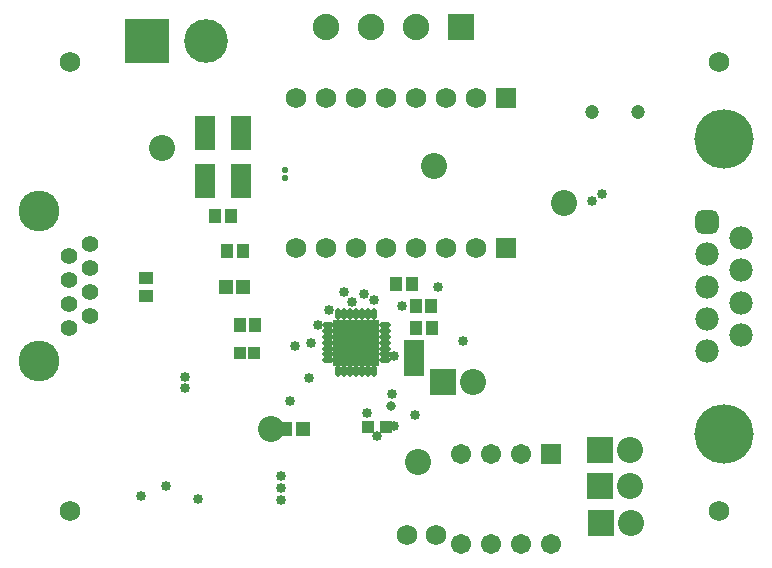
<source format=gbs>
G04 Layer_Color=8150272*
%FSLAX24Y24*%
%MOIN*%
G70*
G01*
G75*
%ADD85R,0.0493X0.0474*%
%ADD88C,0.0680*%
%ADD89C,0.0552*%
%ADD90C,0.1360*%
%ADD91C,0.0671*%
%ADD92R,0.0671X0.0671*%
%ADD93C,0.0780*%
G04:AMPARAMS|DCode=94|XSize=78mil|YSize=78mil|CornerRadius=21.5mil|HoleSize=0mil|Usage=FLASHONLY|Rotation=90.000|XOffset=0mil|YOffset=0mil|HoleType=Round|Shape=RoundedRectangle|*
%AMROUNDEDRECTD94*
21,1,0.0780,0.0350,0,0,90.0*
21,1,0.0350,0.0780,0,0,90.0*
1,1,0.0430,0.0175,0.0175*
1,1,0.0430,0.0175,-0.0175*
1,1,0.0430,-0.0175,-0.0175*
1,1,0.0430,-0.0175,0.0175*
%
%ADD94ROUNDEDRECTD94*%
%ADD95C,0.1980*%
%ADD96R,0.0680X0.0680*%
%ADD97C,0.0867*%
%ADD98R,0.0867X0.0867*%
%ADD99C,0.1458*%
%ADD100R,0.1458X0.1458*%
%ADD101C,0.0880*%
%ADD102R,0.0880X0.0880*%
%ADD103C,0.0336*%
%ADD104C,0.0332*%
%ADD105C,0.0474*%
%ADD106C,0.0316*%
%ADD107C,0.0218*%
%ADD108R,0.0671X0.1182*%
%ADD109R,0.0434X0.0474*%
%ADD110R,0.0454X0.0493*%
%ADD111R,0.0513X0.0434*%
%ADD112R,0.0651X0.0592*%
%ADD113R,0.0395X0.0434*%
%ADD114R,0.0434X0.0434*%
%ADD115O,0.0395X0.0178*%
%ADD116O,0.0178X0.0395*%
%ADD117R,0.1537X0.1537*%
D85*
X13681Y30709D02*
D03*
X13091D02*
D03*
D88*
X5906Y27953D02*
D03*
X27559Y42913D02*
D03*
X5906D02*
D03*
X27559Y27953D02*
D03*
X19472Y41732D02*
D03*
X18472D02*
D03*
X17472D02*
D03*
X16472D02*
D03*
X15472D02*
D03*
X14472D02*
D03*
X13472D02*
D03*
X19472Y36732D02*
D03*
X18472D02*
D03*
X17472D02*
D03*
X16472D02*
D03*
X15472D02*
D03*
X14472D02*
D03*
X13472D02*
D03*
X18106Y27165D02*
D03*
X17165D02*
D03*
D89*
X5882Y36457D02*
D03*
X6583Y36059D02*
D03*
X5882Y35657D02*
D03*
X6583Y35260D02*
D03*
Y36858D02*
D03*
X5882Y34858D02*
D03*
X6583Y34461D02*
D03*
X5882Y34063D02*
D03*
D90*
X4882Y37961D02*
D03*
Y32961D02*
D03*
D91*
X18972Y26846D02*
D03*
X19972D02*
D03*
X20972D02*
D03*
X21972D02*
D03*
X18972Y29846D02*
D03*
X19972D02*
D03*
X20972D02*
D03*
D92*
X21972D02*
D03*
D93*
X28285Y37058D02*
D03*
Y35978D02*
D03*
Y34898D02*
D03*
Y33818D02*
D03*
X27165Y36518D02*
D03*
Y35438D02*
D03*
Y34358D02*
D03*
Y33278D02*
D03*
D94*
Y37598D02*
D03*
D95*
X27725Y30518D02*
D03*
Y40358D02*
D03*
D96*
X20472Y41732D02*
D03*
Y36732D02*
D03*
D97*
X24622Y27559D02*
D03*
X24583Y29980D02*
D03*
X24602Y28780D02*
D03*
X19346Y32264D02*
D03*
X8980Y40043D02*
D03*
X18051Y39444D02*
D03*
X17534Y29596D02*
D03*
X12618Y30709D02*
D03*
X22387Y38224D02*
D03*
D98*
X23622Y27559D02*
D03*
X23583Y29980D02*
D03*
X23602Y28780D02*
D03*
X18346Y32264D02*
D03*
D99*
X10447Y43613D02*
D03*
D100*
X8479D02*
D03*
D101*
X14447Y44094D02*
D03*
X15947D02*
D03*
X17447D02*
D03*
D102*
X18947D02*
D03*
D103*
X16731Y30784D02*
D03*
X16142Y30474D02*
D03*
X12942Y29140D02*
D03*
Y28740D02*
D03*
X18191Y35436D02*
D03*
X13954Y33555D02*
D03*
X16711Y33119D02*
D03*
X23652Y38529D02*
D03*
X10198Y28365D02*
D03*
X19027Y33611D02*
D03*
X12942Y28340D02*
D03*
X16996Y34809D02*
D03*
X13415Y33459D02*
D03*
X13898Y32404D02*
D03*
X13246Y31622D02*
D03*
X17408Y31167D02*
D03*
X14190Y34163D02*
D03*
X23338Y38287D02*
D03*
X9117Y28799D02*
D03*
X8287Y28465D02*
D03*
X15728Y35207D02*
D03*
X15837Y31211D02*
D03*
X16644Y31850D02*
D03*
X15315Y34911D02*
D03*
X15896Y34006D02*
D03*
X15463D02*
D03*
X15030D02*
D03*
X15896Y33573D02*
D03*
X15463D02*
D03*
X15030D02*
D03*
X15896Y33140D02*
D03*
X15463D02*
D03*
X15030D02*
D03*
X14567Y34656D02*
D03*
X15069Y35256D02*
D03*
X16053Y34980D02*
D03*
D104*
X9750Y32044D02*
D03*
X9754Y32411D02*
D03*
D105*
X23326Y41276D02*
D03*
X24845Y41255D02*
D03*
D106*
X16634Y31457D02*
D03*
D107*
X13103Y39311D02*
D03*
X13081Y39055D02*
D03*
D108*
X10433Y40551D02*
D03*
X11614D02*
D03*
X10433Y38976D02*
D03*
X11614D02*
D03*
D109*
X10758Y37795D02*
D03*
X11289D02*
D03*
X11152Y36614D02*
D03*
X11683D02*
D03*
X11575Y34154D02*
D03*
X12087D02*
D03*
X17313Y35531D02*
D03*
X16782D02*
D03*
X17461Y34783D02*
D03*
X17972D02*
D03*
X17451Y34055D02*
D03*
X17982D02*
D03*
D110*
X11132Y35433D02*
D03*
X11703D02*
D03*
D111*
X8465Y35728D02*
D03*
Y35138D02*
D03*
D112*
X17382Y33376D02*
D03*
Y32746D02*
D03*
D113*
X12067Y33228D02*
D03*
X11594D02*
D03*
D114*
X15866Y30768D02*
D03*
X16457D02*
D03*
D115*
X16417Y34163D02*
D03*
Y33967D02*
D03*
Y33770D02*
D03*
Y33573D02*
D03*
Y33376D02*
D03*
Y33179D02*
D03*
Y32982D02*
D03*
X14508D02*
D03*
Y33179D02*
D03*
Y33376D02*
D03*
Y33573D02*
D03*
Y33770D02*
D03*
Y33967D02*
D03*
Y34163D02*
D03*
D116*
X16053Y32618D02*
D03*
X15856D02*
D03*
X15659D02*
D03*
X15463D02*
D03*
X15266D02*
D03*
X15069D02*
D03*
X14872D02*
D03*
Y34528D02*
D03*
X15069D02*
D03*
X15266D02*
D03*
X15463D02*
D03*
X15659D02*
D03*
X15856D02*
D03*
X16053D02*
D03*
D117*
X15450Y33573D02*
D03*
M02*

</source>
